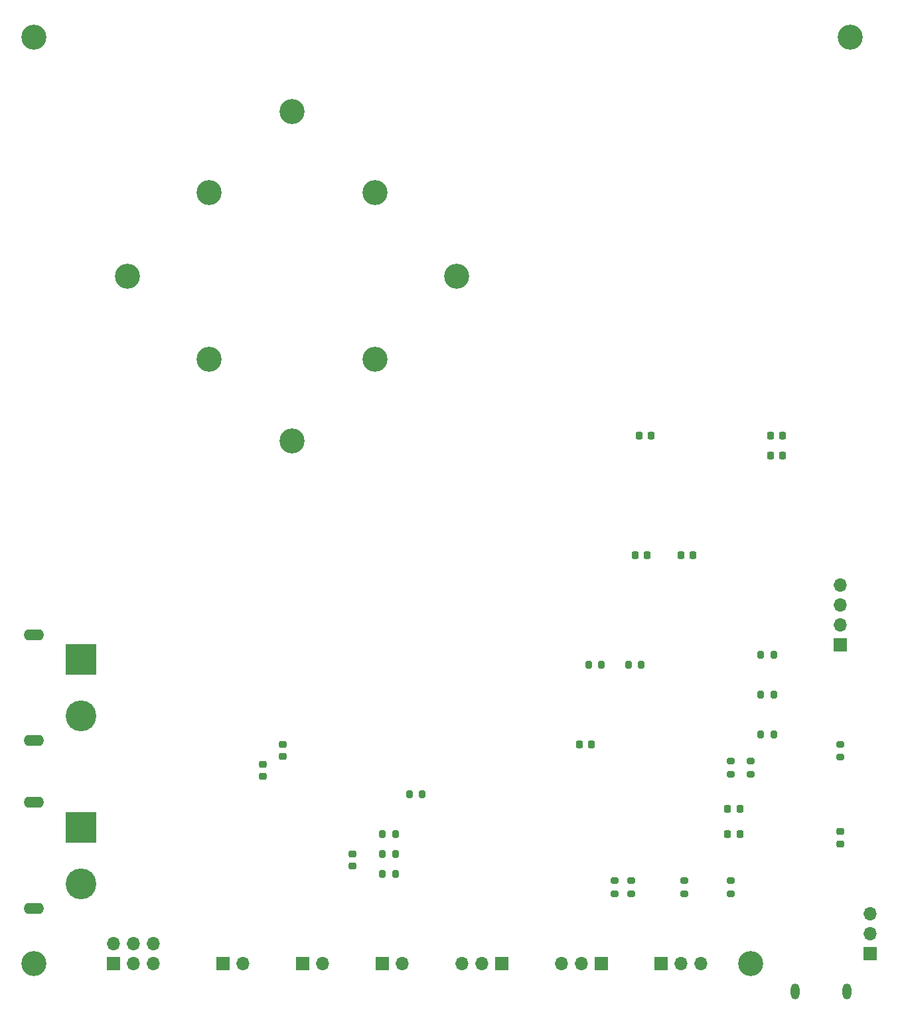
<source format=gbr>
%TF.GenerationSoftware,KiCad,Pcbnew,8.0.4*%
%TF.CreationDate,2024-08-11T19:16:42-04:00*%
%TF.ProjectId,foc_pcb,666f635f-7063-4622-9e6b-696361645f70,rev?*%
%TF.SameCoordinates,Original*%
%TF.FileFunction,Soldermask,Bot*%
%TF.FilePolarity,Negative*%
%FSLAX46Y46*%
G04 Gerber Fmt 4.6, Leading zero omitted, Abs format (unit mm)*
G04 Created by KiCad (PCBNEW 8.0.4) date 2024-08-11 19:16:42*
%MOMM*%
%LPD*%
G01*
G04 APERTURE LIST*
G04 Aperture macros list*
%AMRoundRect*
0 Rectangle with rounded corners*
0 $1 Rounding radius*
0 $2 $3 $4 $5 $6 $7 $8 $9 X,Y pos of 4 corners*
0 Add a 4 corners polygon primitive as box body*
4,1,4,$2,$3,$4,$5,$6,$7,$8,$9,$2,$3,0*
0 Add four circle primitives for the rounded corners*
1,1,$1+$1,$2,$3*
1,1,$1+$1,$4,$5*
1,1,$1+$1,$6,$7*
1,1,$1+$1,$8,$9*
0 Add four rect primitives between the rounded corners*
20,1,$1+$1,$2,$3,$4,$5,0*
20,1,$1+$1,$4,$5,$6,$7,0*
20,1,$1+$1,$6,$7,$8,$9,0*
20,1,$1+$1,$8,$9,$2,$3,0*%
G04 Aperture macros list end*
%ADD10C,3.200000*%
%ADD11R,1.700000X1.700000*%
%ADD12O,1.700000X1.700000*%
%ADD13O,1.104000X2.004000*%
%ADD14RoundRect,0.102000X1.858000X-1.858000X1.858000X1.858000X-1.858000X1.858000X-1.858000X-1.858000X0*%
%ADD15C,3.920000*%
%ADD16O,2.604000X1.404000*%
%ADD17RoundRect,0.200000X0.200000X0.275000X-0.200000X0.275000X-0.200000X-0.275000X0.200000X-0.275000X0*%
%ADD18RoundRect,0.200000X-0.200000X-0.275000X0.200000X-0.275000X0.200000X0.275000X-0.200000X0.275000X0*%
%ADD19RoundRect,0.200000X-0.275000X0.200000X-0.275000X-0.200000X0.275000X-0.200000X0.275000X0.200000X0*%
%ADD20RoundRect,0.225000X0.225000X0.250000X-0.225000X0.250000X-0.225000X-0.250000X0.225000X-0.250000X0*%
%ADD21RoundRect,0.225000X-0.225000X-0.250000X0.225000X-0.250000X0.225000X0.250000X-0.225000X0.250000X0*%
%ADD22RoundRect,0.225000X0.250000X-0.225000X0.250000X0.225000X-0.250000X0.225000X-0.250000X-0.225000X0*%
%ADD23RoundRect,0.225000X-0.250000X0.225000X-0.250000X-0.225000X0.250000X-0.225000X0.250000X0.225000X0*%
%ADD24RoundRect,0.200000X0.275000X-0.200000X0.275000X0.200000X-0.275000X0.200000X-0.275000X-0.200000X0*%
G04 APERTURE END LIST*
D10*
%TO.C,H12*%
X353060000Y-297180000D03*
%TD*%
%TO.C,H11*%
X261620000Y-297180000D03*
%TD*%
%TO.C,H10*%
X261620000Y-179070000D03*
%TD*%
%TO.C,H9*%
X365760000Y-179070000D03*
%TD*%
D11*
%TO.C,J1*%
X368300000Y-295910000D03*
D12*
X368300000Y-293370000D03*
X368300000Y-290830000D03*
%TD*%
D13*
%TO.C,J12*%
X358720000Y-300800000D03*
X365320000Y-300800000D03*
%TD*%
D10*
%TO.C,H2*%
X273550000Y-209550000D03*
%TD*%
D11*
%TO.C,J3*%
X334010000Y-297180000D03*
D12*
X331470000Y-297180000D03*
X328930000Y-297180000D03*
%TD*%
D11*
%TO.C,J4*%
X364490000Y-256530000D03*
D12*
X364490000Y-253990000D03*
X364490000Y-251450000D03*
X364490000Y-248910000D03*
%TD*%
D14*
%TO.C,J5*%
X267620000Y-279820000D03*
D15*
X267620000Y-287020000D03*
D16*
X261620000Y-276670000D03*
X261620000Y-290170000D03*
%TD*%
D11*
%TO.C,J9*%
X306070000Y-297180000D03*
D12*
X308610000Y-297180000D03*
%TD*%
D10*
%TO.C,H5*%
X305156602Y-198943398D03*
%TD*%
D11*
%TO.C,J10*%
X271780000Y-297180000D03*
D12*
X271780000Y-294640000D03*
X274320000Y-297180000D03*
X274320000Y-294640000D03*
X276860000Y-297180000D03*
X276860000Y-294640000D03*
%TD*%
D11*
%TO.C,J11*%
X341630000Y-297180000D03*
D12*
X344170000Y-297180000D03*
X346710000Y-297180000D03*
%TD*%
D14*
%TO.C,J6*%
X267620000Y-258420000D03*
D15*
X267620000Y-265620000D03*
D16*
X261620000Y-255270000D03*
X261620000Y-268770000D03*
%TD*%
D10*
%TO.C,H3*%
X294550000Y-230550000D03*
%TD*%
%TO.C,H7*%
X283943398Y-220156602D03*
%TD*%
D11*
%TO.C,J8*%
X295910000Y-297180000D03*
D12*
X298450000Y-297180000D03*
%TD*%
D10*
%TO.C,H6*%
X283943398Y-198943398D03*
%TD*%
%TO.C,H1*%
X294550000Y-188550000D03*
%TD*%
%TO.C,H4*%
X315550000Y-209550000D03*
%TD*%
%TO.C,H8*%
X305156602Y-220156602D03*
%TD*%
D11*
%TO.C,J2*%
X321295000Y-297180000D03*
D12*
X318755000Y-297180000D03*
X316215000Y-297180000D03*
%TD*%
D11*
%TO.C,J7*%
X285750000Y-297180000D03*
D12*
X288290000Y-297180000D03*
%TD*%
D17*
%TO.C,R13*%
X339090000Y-259080000D03*
X337440000Y-259080000D03*
%TD*%
D18*
%TO.C,R2*%
X306070000Y-283210000D03*
X307720000Y-283210000D03*
%TD*%
D19*
%TO.C,R5*%
X364490000Y-269240000D03*
X364490000Y-270890000D03*
%TD*%
D20*
%TO.C,C4*%
X332740000Y-269240000D03*
X331190000Y-269240000D03*
%TD*%
D17*
%TO.C,R12*%
X311150000Y-275590000D03*
X309500000Y-275590000D03*
%TD*%
D19*
%TO.C,R7*%
X350520000Y-271400000D03*
X350520000Y-273050000D03*
%TD*%
%TO.C,R18*%
X344615000Y-286640000D03*
X344615000Y-288290000D03*
%TD*%
D17*
%TO.C,R14*%
X334010000Y-259080000D03*
X332360000Y-259080000D03*
%TD*%
D21*
%TO.C,C7*%
X338810000Y-229870000D03*
X340360000Y-229870000D03*
%TD*%
D20*
%TO.C,C17*%
X345720000Y-245110000D03*
X344170000Y-245110000D03*
%TD*%
%TO.C,C8*%
X357150000Y-232410000D03*
X355600000Y-232410000D03*
%TD*%
D22*
%TO.C,C1*%
X302260000Y-284760000D03*
X302260000Y-283210000D03*
%TD*%
D23*
%TO.C,C3*%
X290830000Y-271780000D03*
X290830000Y-273330000D03*
%TD*%
D18*
%TO.C,R1*%
X306070000Y-280670000D03*
X307720000Y-280670000D03*
%TD*%
D19*
%TO.C,R17*%
X350520000Y-286640000D03*
X350520000Y-288290000D03*
%TD*%
D20*
%TO.C,C16*%
X339865000Y-245110000D03*
X338315000Y-245110000D03*
%TD*%
D17*
%TO.C,R10*%
X355980000Y-262890000D03*
X354330000Y-262890000D03*
%TD*%
D21*
%TO.C,C6*%
X355600000Y-229870000D03*
X357150000Y-229870000D03*
%TD*%
%TO.C,C12*%
X350110000Y-280670000D03*
X351660000Y-280670000D03*
%TD*%
D19*
%TO.C,R16*%
X337820000Y-286640000D03*
X337820000Y-288290000D03*
%TD*%
D20*
%TO.C,C10*%
X351660000Y-277495000D03*
X350110000Y-277495000D03*
%TD*%
D19*
%TO.C,R15*%
X335725000Y-286640000D03*
X335725000Y-288290000D03*
%TD*%
D23*
%TO.C,C2*%
X293370000Y-269240000D03*
X293370000Y-270790000D03*
%TD*%
D18*
%TO.C,R3*%
X306070000Y-285750000D03*
X307720000Y-285750000D03*
%TD*%
D17*
%TO.C,R4*%
X355980000Y-267970000D03*
X354330000Y-267970000D03*
%TD*%
D18*
%TO.C,R8*%
X354330000Y-257810000D03*
X355980000Y-257810000D03*
%TD*%
D23*
%TO.C,C9*%
X364490000Y-280390000D03*
X364490000Y-281940000D03*
%TD*%
D24*
%TO.C,R6*%
X353060000Y-273050000D03*
X353060000Y-271400000D03*
%TD*%
M02*

</source>
